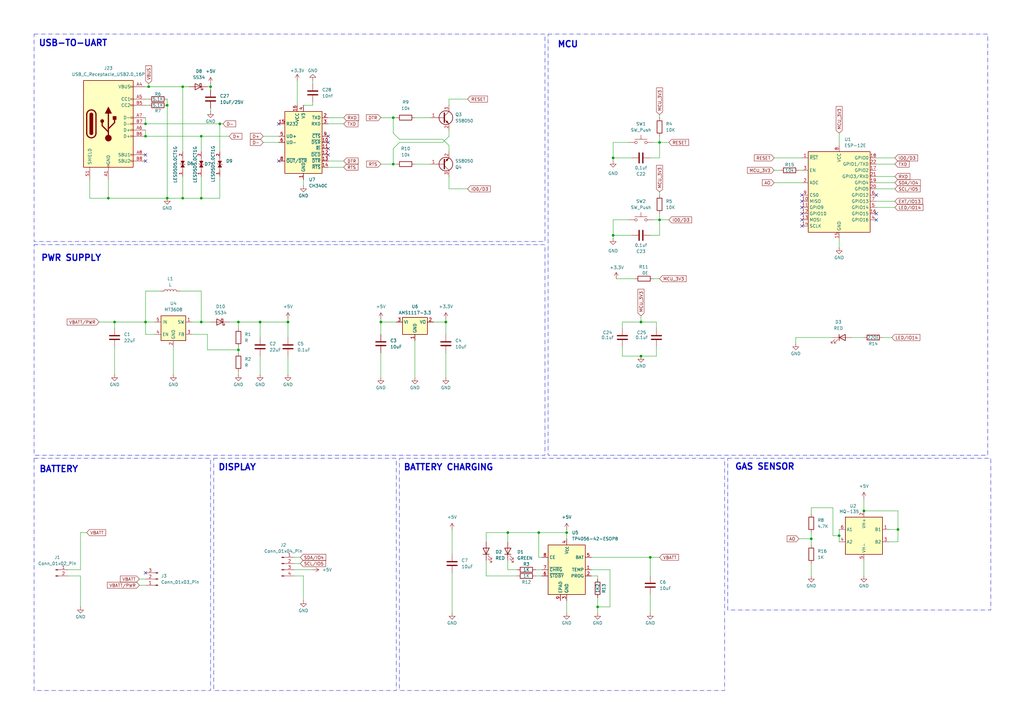
<source format=kicad_sch>
(kicad_sch (version 20250114) (generator "eeschema") (generator_version "9.0")
  (paper "A3")
  (title_block (title "Air Quality Monitoring System") (date "2025-03-19") (rev "v0.1") (company "Ampnics") (comment 1 "Design by- Md Ammar Maniyar"))
  (lib_symbols
    (symbol "Battery_Management:TP4056-42-ESOP8"
      (property "Reference" "U" (at -6.604 11.684 0))
      (property "Value" "TP4056-42-ESOP8" (at 10.16 11.684 0))
      (symbol "TP4056-42-ESOP8_1_0"
        (pin input line (at -10.16 5.08 0) (length 2.54) (name "CE") (number "8"))
        (pin open_collector line (at -10.16 0 0) (length 2.54) (name "~{CHRG}") (number "7"))
        (pin open_collector line (at -10.16 -2.54 0) (length 2.54) (name "~{STDBY}") (number "6"))
        (pin passive line (at -2.54 -12.7 90) (length 2.54) (name "EPAD") (number "9"))
        (pin power_in line (at 0 12.7 270) (length 2.54) (name "V_{CC}") (number "4"))
        (pin power_in line (at 0 -12.7 90) (length 2.54) (name "GND") (number "3"))
        (pin power_out line (at 10.16 5.08 180) (length 2.54) (name "BAT") (number "5"))
        (pin input line (at 10.16 0 180) (length 2.54) (name "TEMP") (number "1"))
        (pin passive line (at 10.16 -2.54 180) (length 2.54) (name "PROG") (number "2"))
      )
    )
    (symbol "Connector:Conn_01x02_Pin" (pin_names (offset 1.016) (hide yes))
      (property "Reference" "J" (at 0 2.54 0))
      (property "Value" "Conn_01x02_Pin" (at 0 -5.08 0))
      (symbol "Conn_01x02_Pin_1_1"
        (pin passive line (at 5.08 0 180) (length 3.81) (name "Pin_1") (number "1"))
        (pin passive line (at 5.08 -2.54 180) (length 3.81) (name "Pin_2") (number "2"))
      )
    )
    (symbol "Connector:Conn_01x03_Pin" (pin_names (offset 1.016) (hide yes))
      (property "Reference" "J" (at 0 5.08 0))
      (property "Value" "Conn_01x03_Pin" (at 0 -5.08 0))
      (symbol "Conn_01x03_Pin_1_1"
        (pin passive line (at 5.08 2.54 180) (length 3.81) (name "Pin_1") (number "1"))
        (pin passive line (at 5.08 0 180) (length 3.81) (name "Pin_2") (number "2"))
        (pin passive line (at 5.08 -2.54 180) (length 3.81) (name "Pin_3") (number "3"))
      )
    )
    (symbol "Connector:Conn_01x04_Pin" (pin_names (offset 1.016) (hide yes))
      (property "Reference" "J" (at 0 5.08 0))
      (property "Value" "Conn_01x04_Pin" (at 0 -7.62 0))
      (symbol "Conn_01x04_Pin_1_1"
        (pin passive line (at 5.08 2.54 180) (length 3.81) (name "Pin_1") (number "1"))
        (pin passive line (at 5.08 0 180) (length 3.81) (name "Pin_2") (number "2"))
        (pin passive line (at 5.08 -2.54 180) (length 3.81) (name "Pin_3") (number "3"))
        (pin passive line (at 5.08 -5.08 180) (length 3.81) (name "Pin_4") (number "4"))
      )
    )
    (symbol "Connector:USB_C_Receptacle_USB2.0_16P" (pin_names (offset 1.016))
      (property "Reference" "J" (at 0 22.225 0))
      (property "Value" "USB_C_Receptacle_USB2.0_16P" (at 0 19.685 0))
      (symbol "USB_C_Receptacle_USB2.0_16P_1_1"
        (pin passive line (at -7.62 -22.86 90) (length 5.08) (name "SHIELD") (number "S1"))
        (pin passive line (at 0 -22.86 90) (length 5.08) (name "GND") (number "A1"))
        (pin passive line (at 0 -22.86 90) (length 5.08) (hide yes) (name "GND") (number "A12"))
        (pin passive line (at 0 -22.86 90) (length 5.08) (hide yes) (name "GND") (number "B1"))
        (pin passive line (at 0 -22.86 90) (length 5.08) (hide yes) (name "GND") (number "B12"))
        (pin passive line (at 15.24 15.24 180) (length 5.08) (name "VBUS") (number "A4"))
        (pin passive line (at 15.24 15.24 180) (length 5.08) (hide yes) (name "VBUS") (number "A9"))
        (pin passive line (at 15.24 15.24 180) (length 5.08) (hide yes) (name "VBUS") (number "B4"))
        (pin passive line (at 15.24 15.24 180) (length 5.08) (hide yes) (name "VBUS") (number "B9"))
        (pin bidirectional line (at 15.24 10.16 180) (length 5.08) (name "CC1") (number "A5"))
        (pin bidirectional line (at 15.24 7.62 180) (length 5.08) (name "CC2") (number "B5"))
        (pin bidirectional line (at 15.24 2.54 180) (length 5.08) (name "D-") (number "A7"))
        (pin bidirectional line (at 15.24 0 180) (length 5.08) (name "D-") (number "B7"))
        (pin bidirectional line (at 15.24 -2.54 180) (length 5.08) (name "D+") (number "A6"))
        (pin bidirectional line (at 15.24 -5.08 180) (length 5.08) (name "D+") (number "B6"))
        (pin bidirectional line (at 15.24 -12.7 180) (length 5.08) (name "SBU1") (number "A8"))
        (pin bidirectional line (at 15.24 -15.24 180) (length 5.08) (name "SBU2") (number "B8"))
      )
    )
    (symbol "Device:C" (pin_numbers (hide yes)) (pin_names (offset 0.254))
      (property "Reference" "C" (at 0.635 2.54 0))
      (property "Value" "C" (at 0.635 -2.54 0))
      (symbol "C_1_1"
        (pin passive line (at 0 3.81 270) (length 2.794) (name "~") (number "1"))
        (pin passive line (at 0 -3.81 90) (length 2.794) (name "~") (number "2"))
      )
    )
    (symbol "Device:L" (pin_numbers (hide yes)) (pin_names (offset 1.016) (hide yes))
      (property "Reference" "L" (at -1.27 0 90))
      (property "Value" "L" (at 1.905 0 90))
      (symbol "L_1_1"
        (pin passive line (at 0 3.81 270) (length 1.27) (name "1") (number "1"))
        (pin passive line (at 0 -3.81 90) (length 1.27) (name "2") (number "2"))
      )
    )
    (symbol "Device:LED" (pin_numbers (hide yes)) (pin_names (offset 1.016) (hide yes))
      (property "Reference" "D" (at 0 2.54 0))
      (property "Value" "LED" (at 0 -2.54 0))
      (symbol "LED_1_1"
        (pin passive line (at -3.81 0 0) (length 2.54) (name "K") (number "1"))
        (pin passive line (at 3.81 0 180) (length 2.54) (name "A") (number "2"))
      )
    )
    (symbol "Device:R" (pin_numbers (hide yes)) (pin_names (offset 0))
      (property "Reference" "R" (at 2.032 0 90))
      (property "Value" "R" (at 0 0 90))
      (symbol "R_1_1"
        (pin passive line (at 0 3.81 270) (length 1.27) (name "~") (number "1"))
        (pin passive line (at 0 -3.81 90) (length 1.27) (name "~") (number "2"))
      )
    )
    (symbol "Diode:SS34" (pin_numbers (hide yes)) (pin_names (offset 1.016) (hide yes))
      (property "Reference" "D" (at 0 2.54 0))
      (property "Value" "SS34" (at 0 -2.54 0))
      (symbol "SS34_1_1"
        (pin passive line (at -3.81 0 0) (length 2.54) (name "K") (number "1"))
        (pin passive line (at 3.81 0 180) (length 2.54) (name "A") (number "2"))
      )
    )
    (symbol "Interface_USB:CH340C"
      (property "Reference" "U" (at -5.08 13.97 0))
      (property "Value" "CH340C" (at 1.27 13.97 0))
      (symbol "CH340C_1_1"
        (pin input line (at -10.16 7.62 0) (length 2.54) (name "R232") (number "15"))
        (pin bidirectional line (at -10.16 2.54 0) (length 2.54) (name "UD+") (number "5"))
        (pin bidirectional line (at -10.16 0 0) (length 2.54) (name "UD-") (number "6"))
        (pin output line (at -10.16 -7.62 0) (length 2.54) (name "~{OUT}/~{DTR}") (number "8"))
        (pin no_connect line (at -7.62 -5.08 0) (length 2.54) (hide yes) (name "NC") (number "7"))
        (pin power_in line (at -2.54 15.24 270) (length 2.54) (name "VCC") (number "16"))
        (pin power_out line (at 0 15.24 270) (length 2.54) (name "V3") (number "4"))
        (pin power_in line (at 0 -15.24 90) (length 2.54) (name "GND") (number "1"))
        (pin output line (at 10.16 10.16 180) (length 2.54) (name "TXD") (number "2"))
        (pin input line (at 10.16 7.62 180) (length 2.54) (name "RXD") (number "3"))
        (pin input line (at 10.16 2.54 180) (length 2.54) (name "~{CTS}") (number "9"))
        (pin input line (at 10.16 0 180) (length 2.54) (name "~{DSR}") (number "10"))
        (pin input line (at 10.16 -2.54 180) (length 2.54) (name "~{RI}") (number "11"))
        (pin input line (at 10.16 -5.08 180) (length 2.54) (name "~{DCD}") (number "12"))
        (pin output line (at 10.16 -7.62 180) (length 2.54) (name "~{DTR}") (number "13"))
        (pin output line (at 10.16 -10.16 180) (length 2.54) (name "~{RTS}") (number "14"))
      )
    )
    (symbol "LESD5D5.0CT1G:LESD5D5.0CT1G" (pin_names (offset 1.016))
      (property "Reference" "D" (at -5.08 2.54 0))
      (property "Value" "LESD5D5.0CT1G" (at -5.08 -5.08 0))
      (symbol "LESD5D5.0CT1G_0_0"
        (pin passive line (at -5.08 0 0) (length 2.54) (name "~") (number "1"))
        (pin passive line (at 5.08 0 180) (length 2.54) (name "~") (number "2"))
      )
    )
    (symbol "RF_Module:ESP-12E"
      (property "Reference" "U" (at -12.7 19.05 0))
      (property "Value" "ESP-12E" (at 12.7 19.05 0))
      (symbol "ESP-12E_1_1"
        (pin input line (at -15.24 15.24 0) (length 2.54) (name "~{RST}") (number "1"))
        (pin input line (at -15.24 10.16 0) (length 2.54) (name "EN") (number "3"))
        (pin input line (at -15.24 5.08 0) (length 2.54) (name "ADC") (number "2"))
        (pin input line (at -15.24 0 0) (length 2.54) (name "CS0") (number "9"))
        (pin bidirectional line (at -15.24 -2.54 0) (length 2.54) (name "MISO") (number "10"))
        (pin bidirectional line (at -15.24 -5.08 0) (length 2.54) (name "GPIO9") (number "11"))
        (pin bidirectional line (at -15.24 -7.62 0) (length 2.54) (name "GPIO10") (number "12"))
        (pin bidirectional line (at -15.24 -10.16 0) (length 2.54) (name "MOSI") (number "13"))
        (pin bidirectional line (at -15.24 -12.7 0) (length 2.54) (name "SCLK") (number "14"))
        (pin power_in line (at 0 20.32 270) (length 2.54) (name "VCC") (number "8"))
        (pin power_in line (at 0 -17.78 90) (length 2.54) (name "GND") (number "15"))
        (pin bidirectional line (at 15.24 15.24 180) (length 2.54) (name "GPIO0") (number "18"))
        (pin bidirectional line (at 15.24 12.7 180) (length 2.54) (name "GPIO1/TXD") (number "22"))
        (pin bidirectional line (at 15.24 10.16 180) (length 2.54) (name "GPIO2") (number "17"))
        (pin bidirectional line (at 15.24 7.62 180) (length 2.54) (name "GPIO3/RXD") (number "21"))
        (pin bidirectional line (at 15.24 5.08 180) (length 2.54) (name "GPIO4") (number "19"))
        (pin bidirectional line (at 15.24 2.54 180) (length 2.54) (name "GPIO5") (number "20"))
        (pin bidirectional line (at 15.24 0 180) (length 2.54) (name "GPIO12") (number "6"))
        (pin bidirectional line (at 15.24 -2.54 180) (length 2.54) (name "GPIO13") (number "7"))
        (pin bidirectional line (at 15.24 -5.08 180) (length 2.54) (name "GPIO14") (number "5"))
        (pin bidirectional line (at 15.24 -7.62 180) (length 2.54) (name "GPIO15") (number "16"))
        (pin bidirectional line (at 15.24 -10.16 180) (length 2.54) (name "GPIO16") (number "4"))
      )
    )
    (symbol "Regulator_Linear:AMS1117-3.3"
      (property "Reference" "U" (at -3.81 3.175 0))
      (property "Value" "AMS1117-3.3" (at 0 3.175 0))
      (symbol "AMS1117-3.3_1_1"
        (pin power_in line (at -7.62 0 0) (length 2.54) (name "VI") (number "3"))
        (pin power_in line (at 0 -7.62 90) (length 2.54) (name "GND") (number "1"))
        (pin power_out line (at 7.62 0 180) (length 2.54) (name "VO") (number "2"))
      )
    )
    (symbol "Regulator_Switching:MT3608"
      (property "Reference" "U" (at -2.54 8.89 0))
      (property "Value" "MT3608" (at -3.81 6.35 0))
      (symbol "MT3608_1_1"
        (pin power_in line (at -7.62 2.54 0) (length 2.54) (name "IN") (number "5"))
        (pin input line (at -7.62 -2.54 0) (length 2.54) (name "EN") (number "4"))
        (pin power_in line (at 0 -7.62 90) (length 2.54) (name "GND") (number "2"))
        (pin no_connect line (at 5.08 0 180) (length 2.54) (hide yes) (name "NC") (number "6"))
        (pin passive line (at 7.62 2.54 180) (length 2.54) (name "SW") (number "1"))
        (pin input line (at 7.62 -2.54 180) (length 2.54) (name "FB") (number "3"))
      )
    )
    (symbol "Sensor_Gas:MQ-6"
      (property "Reference" "U" (at -6.35 8.89 0))
      (property "Value" "MQ-6" (at 3.81 8.89 0))
      (symbol "MQ-6_1_1"
        (pin passive line (at -10.16 2.54 0) (length 2.54) (name "A1") (number "6"))
        (pin passive line (at -10.16 -2.54 0) (length 2.54) (name "A2") (number "4"))
        (pin power_in line (at 0 10.16 270) (length 2.54) (name "VH+") (number "2"))
        (pin power_in line (at 0 -10.16 90) (length 2.54) (name "VH-") (number "5"))
        (pin passive line (at 10.16 2.54 180) (length 2.54) (name "B1") (number "1"))
        (pin passive line (at 10.16 -2.54 180) (length 2.54) (name "B2") (number "3"))
      )
    )
    (symbol "Switch:SW_Push" (pin_numbers (hide yes)) (pin_names (offset 1.016) (hide yes))
      (property "Reference" "SW" (at 1.27 2.54 0))
      (property "Value" "SW_Push" (at 0 -1.524 0))
      (symbol "SW_Push_0_1"
        (pin passive line (at -5.08 0 0) (length 2.54) (name "1") (number "1"))
        (pin passive line (at 5.08 0 180) (length 2.54) (name "2") (number "2"))
      )
    )
    (symbol "Transistor_BJT:SS8050" (pin_names (offset 0) (hide yes))
      (property "Reference" "Q" (at 5.08 1.905 0))
      (property "Value" "SS8050" (at 5.08 0 0))
      (symbol "SS8050_1_1"
        (pin input line (at -5.08 0 0) (length 2.54) (name "B") (number "1"))
        (pin passive line (at 2.54 5.08 270) (length 2.54) (name "C") (number "3"))
        (pin passive line (at 2.54 -5.08 90) (length 2.54) (name "E") (number "2"))
      )
    )
    (symbol "power:+3.3V" (power) (pin_numbers (hide yes)) (pin_names (offset 0) (hide yes))
      (property "Value" "+3.3V" (at 0 3.556 0))
      (symbol "+3.3V_1_1"
        (pin power_in line (at 0 0 90) (length 0) (name "~") (number "1"))
      )
    )
    (symbol "power:+5V" (power) (pin_numbers (hide yes)) (pin_names (offset 0) (hide yes))
      (property "Value" "+5V" (at 0 3.556 0))
      (symbol "+5V_1_1"
        (pin power_in line (at 0 0 90) (length 0) (name "~") (number "1"))
      )
    )
    (symbol "power:GND" (power) (pin_numbers (hide yes)) (pin_names (offset 0) (hide yes))
      (property "Value" "GND" (at 0 -3.81 0))
      (symbol "GND_1_1"
        (pin power_in line (at 0 0 270) (length 0) (name "~") (number "1"))
      )
    )
  )
  (rectangle (start 13.97 13.97) (end 223.52 99.06) (stroke (width 0) (type dash_dot)))
  (rectangle (start 298.45 187.96) (end 406.4 250.19) (stroke (width 0) (type dash_dot)))
  (rectangle (start 163.83 187.96) (end 297.18 283.21) (stroke (width 0) (type dash_dot)))
  (rectangle (start 224.79 13.97) (end 405.13 186.69) (stroke (width 0) (type dash_dot)))
  (rectangle (start 13.97 100.33) (end 223.52 186.69) (stroke (width 0) (type dash_dot)))
  (rectangle (start 13.97 187.96) (end 86.36 283.21) (stroke (width 0) (type dash_dot)))
  (rectangle (start 87.63 187.96) (end 162.56 283.21) (stroke (width 0) (type dash_dot)))
  (text "PWR SUPPLY" (at 29.21 105.918 0) (effects (font (size 2.54 2.54) (thickness 0.508) (bold yes))))
  (text "USB-TO-UART\n" (at 29.972 17.78 0) (effects (font (size 2.54 2.54) (thickness 0.508) (bold yes))))
  (text "DISPLAY\n" (at 97.282 191.77 0) (effects (font (size 2.54 2.54) (thickness 0.508) (bold yes))))
  (text "GAS SENSOR\n" (at 313.69 191.516 0) (effects (font (size 2.54 2.54) (thickness 0.508) (bold yes))))
  (text "BATTERY CHARGING " (at 184.912 191.77 0) (effects (font (size 2.54 2.54) (thickness 0.508) (bold yes))))
  (text "MCU\n" (at 232.918 18.288 0) (effects (font (size 2.54 2.54) (thickness 0.508) (bold yes))))
  (text "BATTERY\n" (at 24.13 192.532 0) (effects (font (size 2.54 2.54) (thickness 0.508) (bold yes))))
  (junction (at 82.55 55.88))
  (junction (at 82.55 81.28))
  (junction (at 118.11 132.08))
  (junction (at 270.51 58.42))
  (junction (at 68.58 81.28))
  (junction (at 251.46 96.52))
  (junction (at 59.69 132.08))
  (junction (at 156.21 132.08))
  (junction (at 74.93 81.28))
  (junction (at 161.29 67.31))
  (junction (at 44.45 81.28))
  (junction (at 59.69 55.88))
  (junction (at 106.68 132.08))
  (junction (at 86.36 35.56))
  (junction (at 262.89 146.05))
  (junction (at 208.28 218.44))
  (junction (at 332.74 220.98))
  (junction (at 74.93 35.56))
  (junction (at 82.55 132.08))
  (junction (at 251.46 64.77))
  (junction (at 60.96 35.56))
  (junction (at 344.17 219.71))
  (junction (at 90.17 50.8))
  (junction (at 262.89 132.08))
  (junction (at 59.69 50.8))
  (junction (at 68.58 43.18))
  (junction (at 354.33 209.55))
  (junction (at 270.51 90.17))
  (junction (at 220.98 218.44))
  (junction (at 368.3 217.17))
  (junction (at 161.29 48.26))
  (junction (at 245.11 248.92))
  (junction (at 182.88 132.08))
  (junction (at 97.79 143.51))
  (junction (at 266.7 228.6))
  (junction (at 232.41 218.44))
  (junction (at 46.99 132.08))
  (junction (at 97.79 132.08))
  (no_connect (at 328.93 92.71))
  (no_connect (at 134.62 55.88))
  (no_connect (at 134.62 60.96))
  (no_connect (at 328.93 82.55))
  (no_connect (at 359.41 80.01))
  (no_connect (at 359.41 90.17))
  (no_connect (at 328.93 85.09))
  (no_connect (at 59.69 63.5))
  (no_connect (at 114.3 66.04))
  (no_connect (at 328.93 87.63))
  (no_connect (at 134.62 58.42))
  (no_connect (at 359.41 87.63))
  (no_connect (at 59.69 66.04))
  (no_connect (at 114.3 50.8))
  (no_connect (at 328.93 80.01))
  (no_connect (at 328.93 90.17))
  (no_connect (at 134.62 63.5))
  (no_connect (at 59.69 234.95))
  (wire (pts (xy 326.39 138.43) (xy 341.63 138.43)))
  (wire (pts (xy 107.95 55.88) (xy 114.3 55.88)))
  (wire (pts (xy 90.17 50.8) (xy 91.44 50.8)))
  (wire (pts (xy 232.41 218.44) (xy 232.41 220.98)))
  (wire (pts (xy 120.65 233.68) (xy 128.27 233.68)))
  (wire (pts (xy 270.51 55.88) (xy 270.51 58.42)))
  (wire (pts (xy 177.8 132.08) (xy 182.88 132.08)))
  (wire (pts (xy 184.15 40.64) (xy 191.77 40.64)))
  (wire (pts (xy 78.74 137.16) (xy 85.09 137.16)))
  (wire (pts (xy 97.79 152.4) (xy 97.79 153.67)))
  (wire (pts (xy 97.79 132.08) (xy 106.68 132.08)))
  (wire (pts (xy 90.17 50.8) (xy 90.17 62.23)))
  (wire (pts (xy 361.95 138.43) (xy 365.76 138.43)))
  (wire (pts (xy 266.7 228.6) (xy 270.51 228.6)))
  (wire (pts (xy 269.24 146.05) (xy 269.24 142.24)))
  (wire (pts (xy 251.46 96.52) (xy 251.46 97.79)))
  (wire (pts (xy 341.63 219.71) (xy 344.17 219.71)))
  (wire (pts (xy 85.09 143.51) (xy 97.79 143.51)))
  (wire (pts (xy 359.41 64.77) (xy 367.03 64.77)))
  (wire (pts (xy 327.66 69.85) (xy 328.93 69.85)))
  (wire (pts (xy 106.68 146.05) (xy 106.68 153.67)))
  (wire (pts (xy 59.69 48.26) (xy 59.69 50.8)))
  (wire (pts (xy 267.97 58.42) (xy 270.51 58.42)))
  (wire (pts (xy 86.36 45.72) (xy 86.36 44.45)))
  (wire (pts (xy 354.33 229.87) (xy 354.33 236.22)))
  (wire (pts (xy 250.19 248.92) (xy 245.11 248.92)))
  (wire (pts (xy 161.29 67.31) (xy 162.56 67.31)))
  (wire (pts (xy 78.74 132.08) (xy 82.55 132.08)))
  (wire (pts (xy 66.04 119.38) (xy 59.69 119.38)))
  (wire (pts (xy 63.5 137.16) (xy 59.69 137.16)))
  (wire (pts (xy 128.27 43.18) (xy 128.27 41.91)))
  (wire (pts (xy 82.55 81.28) (xy 90.17 81.28)))
  (wire (pts (xy 270.51 46.99) (xy 270.51 48.26)))
  (wire (pts (xy 82.55 55.88) (xy 93.98 55.88)))
  (wire (pts (xy 267.97 114.3) (xy 270.51 114.3)))
  (wire (pts (xy 332.74 208.28) (xy 341.63 208.28)))
  (wire (pts (xy 181.61 58.42) (xy 163.83 58.42)))
  (wire (pts (xy 59.69 55.88) (xy 82.55 55.88)))
  (wire (pts (xy 344.17 217.17) (xy 344.17 219.71)))
  (wire (pts (xy 74.93 72.39) (xy 74.93 81.28)))
  (wire (pts (xy 344.17 219.71) (xy 344.17 222.25)))
  (wire (pts (xy 232.41 217.17) (xy 232.41 218.44)))
  (wire (pts (xy 359.41 72.39) (xy 367.03 72.39)))
  (wire (pts (xy 332.74 231.14) (xy 332.74 236.22)))
  (wire (pts (xy 68.58 81.28) (xy 74.93 81.28)))
  (wire (pts (xy 46.99 142.24) (xy 46.99 153.67)))
  (wire (pts (xy 82.55 132.08) (xy 86.36 132.08)))
  (wire (pts (xy 269.24 132.08) (xy 269.24 134.62)))
  (wire (pts (xy 36.83 81.28) (xy 44.45 81.28)))
  (wire (pts (xy 344.17 97.79) (xy 344.17 101.6)))
  (wire (pts (xy 327.66 220.98) (xy 332.74 220.98)))
  (wire (pts (xy 251.46 64.77) (xy 251.46 66.04)))
  (wire (pts (xy 33.02 218.44) (xy 35.56 218.44)))
  (wire (pts (xy 46.99 132.08) (xy 46.99 134.62)))
  (wire (pts (xy 86.36 35.56) (xy 86.36 36.83)))
  (wire (pts (xy 266.7 64.77) (xy 270.51 64.77)))
  (wire (pts (xy 97.79 142.24) (xy 97.79 143.51)))
  (wire (pts (xy 317.5 64.77) (xy 328.93 64.77)))
  (wire (pts (xy 219.71 233.68) (xy 222.25 233.68)))
  (wire (pts (xy 199.39 222.25) (xy 199.39 218.44)))
  (wire (pts (xy 199.39 218.44) (xy 208.28 218.44)))
  (wire (pts (xy 60.96 34.29) (xy 60.96 35.56)))
  (wire (pts (xy 251.46 58.42) (xy 251.46 64.77)))
  (wire (pts (xy 161.29 48.26) (xy 161.29 54.61)))
  (wire (pts (xy 118.11 146.05) (xy 118.11 153.67)))
  (wire (pts (xy 68.58 81.28) (xy 44.45 81.28)))
  (wire (pts (xy 33.02 233.68) (xy 33.02 218.44)))
  (wire (pts (xy 266.7 236.22) (xy 266.7 228.6)))
  (wire (pts (xy 257.81 58.42) (xy 251.46 58.42)))
  (wire (pts (xy 97.79 134.62) (xy 97.79 132.08)))
  (wire (pts (xy 219.71 236.22) (xy 222.25 236.22)))
  (wire (pts (xy 134.62 66.04) (xy 140.97 66.04)))
  (wire (pts (xy 364.49 222.25) (xy 368.3 222.25)))
  (wire (pts (xy 266.7 96.52) (xy 270.51 96.52)))
  (wire (pts (xy 242.57 233.68) (xy 250.19 233.68)))
  (wire (pts (xy 332.74 210.82) (xy 332.74 208.28)))
  (wire (pts (xy 59.69 132.08) (xy 63.5 132.08)))
  (wire (pts (xy 40.64 132.08) (xy 46.99 132.08)))
  (wire (pts (xy 251.46 90.17) (xy 251.46 96.52)))
  (wire (pts (xy 257.81 90.17) (xy 251.46 90.17)))
  (wire (pts (xy 326.39 140.97) (xy 326.39 138.43)))
  (wire (pts (xy 184.15 72.39) (xy 184.15 77.47)))
  (wire (pts (xy 59.69 50.8) (xy 90.17 50.8)))
  (wire (pts (xy 270.51 90.17) (xy 270.51 96.52)))
  (wire (pts (xy 222.25 228.6) (xy 220.98 228.6)))
  (wire (pts (xy 59.69 40.64) (xy 60.96 40.64)))
  (wire (pts (xy 74.93 81.28) (xy 82.55 81.28)))
  (wire (pts (xy 82.55 62.23) (xy 82.55 55.88)))
  (wire (pts (xy 184.15 53.34) (xy 184.15 55.88)))
  (wire (pts (xy 184.15 59.69) (xy 181.61 57.15)))
  (wire (pts (xy 118.11 138.43) (xy 118.11 132.08)))
  (wire (pts (xy 120.65 228.6) (xy 123.19 228.6)))
  (wire (pts (xy 106.68 132.08) (xy 118.11 132.08)))
  (wire (pts (xy 59.69 43.18) (xy 60.96 43.18)))
  (wire (pts (xy 341.63 208.28) (xy 341.63 219.71)))
  (wire (pts (xy 245.11 245.11) (xy 245.11 248.92)))
  (wire (pts (xy 121.92 33.02) (xy 121.92 43.18)))
  (wire (pts (xy 270.51 58.42) (xy 270.51 64.77)))
  (wire (pts (xy 364.49 217.17) (xy 368.3 217.17)))
  (wire (pts (xy 74.93 35.56) (xy 74.93 62.23)))
  (wire (pts (xy 86.36 35.56) (xy 85.09 35.56)))
  (wire (pts (xy 82.55 132.08) (xy 82.55 119.38)))
  (wire (pts (xy 262.89 132.08) (xy 269.24 132.08)))
  (wire (pts (xy 208.28 233.68) (xy 212.09 233.68)))
  (wire (pts (xy 182.88 144.78) (xy 182.88 154.94)))
  (wire (pts (xy 185.42 251.46) (xy 185.42 234.95)))
  (wire (pts (xy 270.51 90.17) (xy 274.32 90.17)))
  (wire (pts (xy 156.21 132.08) (xy 162.56 132.08)))
  (wire (pts (xy 163.83 58.42) (xy 161.29 60.96)))
  (wire (pts (xy 59.69 35.56) (xy 60.96 35.56)))
  (wire (pts (xy 82.55 72.39) (xy 82.55 81.28)))
  (wire (pts (xy 255.27 146.05) (xy 262.89 146.05)))
  (wire (pts (xy 33.02 236.22) (xy 33.02 248.92)))
  (wire (pts (xy 86.36 34.29) (xy 86.36 35.56)))
  (wire (pts (xy 156.21 130.81) (xy 156.21 132.08)))
  (wire (pts (xy 368.3 217.17) (xy 368.3 209.55)))
  (wire (pts (xy 107.95 58.42) (xy 114.3 58.42)))
  (wire (pts (xy 124.46 236.22) (xy 120.65 236.22)))
  (wire (pts (xy 59.69 53.34) (xy 59.69 55.88)))
  (wire (pts (xy 156.21 144.78) (xy 156.21 154.94)))
  (wire (pts (xy 359.41 85.09) (xy 367.03 85.09)))
  (wire (pts (xy 332.74 220.98) (xy 332.74 223.52)))
  (wire (pts (xy 270.51 58.42) (xy 274.32 58.42)))
  (wire (pts (xy 184.15 40.64) (xy 184.15 43.18)))
  (wire (pts (xy 255.27 142.24) (xy 255.27 146.05)))
  (wire (pts (xy 199.39 229.87) (xy 199.39 236.22)))
  (wire (pts (xy 181.61 57.15) (xy 163.83 57.15)))
  (wire (pts (xy 124.46 246.38) (xy 124.46 236.22)))
  (wire (pts (xy 170.18 48.26) (xy 176.53 48.26)))
  (wire (pts (xy 208.28 222.25) (xy 208.28 218.44)))
  (wire (pts (xy 262.89 146.05) (xy 269.24 146.05)))
  (wire (pts (xy 317.5 69.85) (xy 320.04 69.85)))
  (wire (pts (xy 359.41 77.47) (xy 367.03 77.47)))
  (wire (pts (xy 359.41 82.55) (xy 367.03 82.55)))
  (wire (pts (xy 82.55 119.38) (xy 73.66 119.38)))
  (wire (pts (xy 220.98 218.44) (xy 232.41 218.44)))
  (wire (pts (xy 161.29 60.96) (xy 161.29 67.31)))
  (wire (pts (xy 134.62 50.8) (xy 140.97 50.8)))
  (wire (pts (xy 242.57 228.6) (xy 266.7 228.6)))
  (wire (pts (xy 368.3 209.55) (xy 354.33 209.55)))
  (wire (pts (xy 185.42 217.17) (xy 185.42 227.33)))
  (wire (pts (xy 156.21 67.31) (xy 161.29 67.31)))
  (wire (pts (xy 220.98 228.6) (xy 220.98 218.44)))
  (wire (pts (xy 251.46 96.52) (xy 259.08 96.52)))
  (wire (pts (xy 245.11 237.49) (xy 245.11 236.22)))
  (wire (pts (xy 124.46 43.18) (xy 128.27 43.18)))
  (wire (pts (xy 93.98 132.08) (xy 97.79 132.08)))
  (wire (pts (xy 232.41 246.38) (xy 232.41 251.46)))
  (wire (pts (xy 68.58 40.64) (xy 68.58 43.18)))
  (wire (pts (xy 245.11 236.22) (xy 242.57 236.22)))
  (wire (pts (xy 134.62 68.58) (xy 140.97 68.58)))
  (wire (pts (xy 359.41 74.93) (xy 367.03 74.93)))
  (wire (pts (xy 44.45 81.28) (xy 44.45 73.66)))
  (wire (pts (xy 252.73 114.3) (xy 260.35 114.3)))
  (wire (pts (xy 266.7 243.84) (xy 266.7 251.46)))
  (wire (pts (xy 74.93 35.56) (xy 77.47 35.56)))
  (wire (pts (xy 344.17 54.61) (xy 344.17 59.69)))
  (wire (pts (xy 208.28 218.44) (xy 220.98 218.44)))
  (wire (pts (xy 124.46 73.66) (xy 124.46 76.2)))
  (wire (pts (xy 60.96 35.56) (xy 74.93 35.56)))
  (wire (pts (xy 161.29 48.26) (xy 162.56 48.26)))
  (wire (pts (xy 255.27 134.62) (xy 255.27 132.08)))
  (wire (pts (xy 134.62 48.26) (xy 140.97 48.26)))
  (wire (pts (xy 46.99 132.08) (xy 59.69 132.08)))
  (wire (pts (xy 251.46 64.77) (xy 259.08 64.77)))
  (wire (pts (xy 57.15 240.03) (xy 59.69 240.03)))
  (wire (pts (xy 270.51 78.74) (xy 270.51 80.01)))
  (wire (pts (xy 317.5 74.93) (xy 328.93 74.93)))
  (wire (pts (xy 71.12 142.24) (xy 71.12 153.67)))
  (wire (pts (xy 85.09 137.16) (xy 85.09 143.51)))
  (wire (pts (xy 106.68 132.08) (xy 106.68 138.43)))
  (wire (pts (xy 27.94 236.22) (xy 33.02 236.22)))
  (wire (pts (xy 182.88 130.81) (xy 182.88 132.08)))
  (wire (pts (xy 354.33 204.47) (xy 354.33 209.55)))
  (wire (pts (xy 270.51 87.63) (xy 270.51 90.17)))
  (wire (pts (xy 184.15 55.88) (xy 181.61 58.42)))
  (wire (pts (xy 156.21 48.26) (xy 161.29 48.26)))
  (wire (pts (xy 59.69 119.38) (xy 59.69 132.08)))
  (wire (pts (xy 27.94 233.68) (xy 33.02 233.68)))
  (wire (pts (xy 184.15 77.47) (xy 191.77 77.47)))
  (wire (pts (xy 332.74 220.98) (xy 332.74 218.44)))
  (wire (pts (xy 170.18 139.7) (xy 170.18 154.94)))
  (wire (pts (xy 208.28 229.87) (xy 208.28 233.68)))
  (wire (pts (xy 170.18 67.31) (xy 176.53 67.31)))
  (wire (pts (xy 250.19 233.68) (xy 250.19 248.92)))
  (wire (pts (xy 262.89 129.54) (xy 262.89 132.08)))
  (wire (pts (xy 57.15 237.49) (xy 59.69 237.49)))
  (wire (pts (xy 255.27 132.08) (xy 262.89 132.08)))
  (wire (pts (xy 359.41 67.31) (xy 367.03 67.31)))
  (wire (pts (xy 97.79 143.51) (xy 97.79 144.78)))
  (wire (pts (xy 182.88 137.16) (xy 182.88 132.08)))
  (wire (pts (xy 118.11 130.81) (xy 118.11 132.08)))
  (wire (pts (xy 368.3 222.25) (xy 368.3 217.17)))
  (wire (pts (xy 36.83 73.66) (xy 36.83 81.28)))
  (wire (pts (xy 128.27 33.02) (xy 128.27 34.29)))
  (wire (pts (xy 120.65 231.14) (xy 123.19 231.14)))
  (wire (pts (xy 68.58 43.18) (xy 68.58 81.28)))
  (wire (pts (xy 267.97 90.17) (xy 270.51 90.17)))
  (wire (pts (xy 199.39 236.22) (xy 212.09 236.22)))
  (wire (pts (xy 184.15 62.23) (xy 184.15 59.69)))
  (wire (pts (xy 349.25 138.43) (xy 354.33 138.43)))
  (wire (pts (xy 156.21 132.08) (xy 156.21 137.16)))
  (wire (pts (xy 245.11 248.92) (xy 245.11 251.46)))
  (wire (pts (xy 59.69 137.16) (xy 59.69 132.08)))
  (wire (pts (xy 90.17 72.39) (xy 90.17 81.28)))
  (wire (pts (xy 163.83 57.15) (xy 161.29 54.61)))
  (global_label "AO" (shape input) (at 317.5 74.93 180) (property "Intersheetrefs" "${INTERSHEET_REFS}" (effects (hide yes))))
  (global_label "TXD" (shape input) (at 367.03 67.31 0) (property "Intersheetrefs" "${INTERSHEET_REFS}" (effects (hide yes))))
  (global_label "DTR" (shape input) (at 156.21 48.26 180) (property "Intersheetrefs" "${INTERSHEET_REFS}" (effects (hide yes))))
  (global_label "VBATT{slash}PWR" (shape input) (at 57.15 240.03 180) (property "Intersheetrefs" "${INTERSHEET_REFS}" (effects (hide yes))))
  (global_label "DTR" (shape input) (at 140.97 66.04 0) (effects (font (thickness 0.1588))) (property "Intersheetrefs" "${INTERSHEET_REFS}" (effects (hide yes))))
  (global_label "RESET" (shape input) (at 274.32 58.42 0) (property "Intersheetrefs" "${INTERSHEET_REFS}" (effects (hide yes))))
  (global_label "RXD" (shape input) (at 140.97 48.26 0) (property "Intersheetrefs" "${INTERSHEET_REFS}" (effects (hide yes))))
  (global_label "SDA{slash}IO4" (shape input) (at 123.19 228.6 0) (property "Intersheetrefs" "${INTERSHEET_REFS}" (effects (hide yes))))
  (global_label "IO0{slash}D3" (shape input) (at 274.32 90.17 0) (property "Intersheetrefs" "${INTERSHEET_REFS}" (effects (hide yes))))
  (global_label "TXD" (shape input) (at 140.97 50.8 0) (property "Intersheetrefs" "${INTERSHEET_REFS}" (effects (hide yes))))
  (global_label "RESET" (shape input) (at 317.5 64.77 180) (property "Intersheetrefs" "${INTERSHEET_REFS}" (effects (hide yes))))
  (global_label "RXD" (shape input) (at 367.03 72.39 0) (property "Intersheetrefs" "${INTERSHEET_REFS}" (effects (hide yes))))
  (global_label "MCU_3V3" (shape input) (at 270.51 114.3 0) (property "Intersheetrefs" "${INTERSHEET_REFS}" (effects (hide yes))))
  (global_label "VBATT" (shape input) (at 35.56 218.44 0) (property "Intersheetrefs" "${INTERSHEET_REFS}" (effects (hide yes))))
  (global_label "VBATT{slash}PWR" (shape input) (at 40.64 132.08 180) (property "Intersheetrefs" "${INTERSHEET_REFS}" (effects (hide yes))))
  (global_label "D-" (shape input) (at 107.95 58.42 180) (property "Intersheetrefs" "${INTERSHEET_REFS}" (effects (hide yes))))
  (global_label "D+" (shape input) (at 107.95 55.88 180) (property "Intersheetrefs" "${INTERSHEET_REFS}" (effects (hide yes))))
  (global_label "RTS" (shape input) (at 156.21 67.31 180) (property "Intersheetrefs" "${INTERSHEET_REFS}" (effects (hide yes))))
  (global_label "EXT{slash}IO13" (shape input) (at 367.03 82.55 0) (property "Intersheetrefs" "${INTERSHEET_REFS}" (effects (hide yes))))
  (global_label "MCU_3V3" (shape input) (at 270.51 78.74 90) (property "Intersheetrefs" "${INTERSHEET_REFS}" (effects (hide yes))))
  (global_label "IO0{slash}D3" (shape input) (at 191.77 77.47 0) (property "Intersheetrefs" "${INTERSHEET_REFS}" (effects (hide yes))))
  (global_label "D+" (shape input) (at 93.98 55.88 0) (property "Intersheetrefs" "${INTERSHEET_REFS}" (effects (hide yes))))
  (global_label "AO" (shape input) (at 327.66 220.98 180) (property "Intersheetrefs" "${INTERSHEET_REFS}" (effects (hide yes))))
  (global_label "RESET" (shape input) (at 191.77 40.64 0) (property "Intersheetrefs" "${INTERSHEET_REFS}" (effects (hide yes))))
  (global_label "MCU_3V3" (shape input) (at 344.17 54.61 90) (property "Intersheetrefs" "${INTERSHEET_REFS}" (effects (hide yes))))
  (global_label "MCU_3V3" (shape input) (at 317.5 69.85 180) (property "Intersheetrefs" "${INTERSHEET_REFS}" (effects (hide yes))))
  (global_label "VBATT" (shape input) (at 57.15 237.49 180) (property "Intersheetrefs" "${INTERSHEET_REFS}" (effects (hide yes))))
  (global_label "LED{slash}IO14" (shape input) (at 367.03 85.09 0) (property "Intersheetrefs" "${INTERSHEET_REFS}" (effects (hide yes))))
  (global_label "SDA{slash}IO4" (shape input) (at 367.03 74.93 0) (property "Intersheetrefs" "${INTERSHEET_REFS}" (effects (hide yes))))
  (global_label "D-" (shape input) (at 91.44 50.8 0) (property "Intersheetrefs" "${INTERSHEET_REFS}" (effects (hide yes))))
  (global_label "VBATT" (shape input) (at 270.51 228.6 0) (property "Intersheetrefs" "${INTERSHEET_REFS}" (effects (hide yes))))
  (global_label "MCU_3V3" (shape input) (at 262.89 129.54 90) (property "Intersheetrefs" "${INTERSHEET_REFS}" (effects (hide yes))))
  (global_label "LED{slash}IO14" (shape input) (at 365.76 138.43 0) (property "Intersheetrefs" "${INTERSHEET_REFS}" (effects (hide yes))))
  (global_label "MCU_3V3" (shape input) (at 270.51 46.99 90) (property "Intersheetrefs" "${INTERSHEET_REFS}" (effects (hide yes))))
  (global_label "VBUS" (shape input) (at 60.96 34.29 90) (property "Intersheetrefs" "${INTERSHEET_REFS}" (effects (hide yes))))
  (global_label "SCL{slash}IO5" (shape input) (at 367.03 77.47 0) (property "Intersheetrefs" "${INTERSHEET_REFS}" (effects (hide yes))))
  (global_label "SCL{slash}IO5" (shape input) (at 123.19 231.14 0) (property "Intersheetrefs" "${INTERSHEET_REFS}" (effects (hide yes))))
  (global_label "RTS" (shape input) (at 140.97 68.58 0) (effects (font (thickness 0.1588))) (property "Intersheetrefs" "${INTERSHEET_REFS}" (effects (hide yes))))
  (global_label "IO0{slash}D3" (shape input) (at 367.03 64.77 0) (property "Intersheetrefs" "${INTERSHEET_REFS}" (effects (hide yes))))
  (symbol (lib_id "Connector:Conn_01x03_Pin") (at 64.77 237.49 180) (unit 1)
    (property "Reference" "J3" (at 66.04 236.2199 0) (effects (justify right)))
    (property "Value" "Conn_01x03_Pin" (at 66.04 238.7599 0) (effects (justify right)))
    (property "Footprint" "Connector_PinHeader_2.54mm:PinHeader_1x03_P2.54mm_Vertical" (effects (hide yes)))
    (property "Description" "Generic connector, single row, 01x03, script generated" (effects (hide yes)))
  )
  (symbol (lib_id "Device:R") (at 270.51 52.07 0) (unit 1)
    (property "Reference" "R4" (at 273.05 50.7999 0) (effects (justify left)))
    (property "Value" "10K" (at 273.05 53.3399 0) (effects (justify left)))
    (property "Footprint" "Resistor_SMD:R_1206_3216Metric" (effects (hide yes)))
    (property "Description" "Resistor" (effects (hide yes)))
  )
  (symbol (lib_id "Device:LED") (at 199.39 226.06 90) (unit 1)
    (property "Reference" "D2" (at 203.2 226.3774 90) (effects (justify right)))
    (property "Value" "RED" (at 203.2 228.9174 90) (effects (justify right)))
    (property "Footprint" "LED_SMD:LED_0603_1608Metric" (effects (hide yes)))
    (property "Description" "Light emitting diode" (effects (hide yes)))
    (property "Sim.Pins" "1=K 2=A" (effects (hide yes)))
  )
  (symbol (lib_id "Device:C") (at 262.89 96.52 90) (unit 1)
    (property "Reference" "C23" (at 262.89 103.124 90))
    (property "Value" "0.1uf" (at 262.89 100.584 90))
    (property "Footprint" "Capacitor_SMD:C_0603_1608Metric" (effects (hide yes)))
    (property "Description" "Unpolarized capacitor" (effects (hide yes)))
  )
  (symbol (lib_id "power:GND") (at 68.58 81.28 0) (unit 1)
    (property "Reference" "#PWR033" (effects (hide yes)))
    (property "Value" "GND" (at 68.58 85.344 0))
    (property "Description" "Power symbol creates a global label with name \"GND\" , ground" (effects (hide yes)))
  )
  (symbol (lib_id "power:GND") (at 182.88 154.94 0) (unit 1)
    (property "Reference" "#PWR043" (effects (hide yes)))
    (property "Value" "GND" (at 182.88 159.004 0))
    (property "Description" "Power symbol creates a global label with name \"GND\" , ground" (effects (hide yes)))
  )
  (symbol (lib_id "power:GND") (at 156.21 154.94 0) (unit 1)
    (property "Reference" "#PWR042" (effects (hide yes)))
    (property "Value" "GND" (at 156.21 159.004 0))
    (property "Description" "Power symbol creates a global label with name \"GND\" , ground" (effects (hide yes)))
  )
  (symbol (lib_id "Connector:Conn_01x04_Pin") (at 115.57 231.14 0) (unit 1)
    (property "Reference" "J2" (at 116.205 223.52 0))
    (property "Value" "Conn_01x04_Pin" (at 116.205 226.06 0))
    (property "Footprint" "Connector_PinSocket_2.54mm:PinSocket_1x04_P2.54mm_Vertical" (effects (hide yes)))
    (property "Description" "Generic connector, single row, 01x04, script generated" (effects (hide yes)))
  )
  (symbol (lib_id "power:+5V") (at 128.27 233.68 270) (unit 1)
    (property "Reference" "#PWR06" (effects (hide yes)))
    (property "Value" "+5V" (at 132.08 233.6799 90) (effects (justify left)))
    (property "Description" "Power symbol creates a global label with name \"+5V\"" (effects (hide yes)))
  )
  (symbol (lib_id "power:GND") (at 33.02 248.92 0) (unit 1)
    (property "Reference" "#PWR048" (effects (hide yes)))
    (property "Value" "GND" (at 33.02 252.984 0))
    (property "Description" "Power symbol creates a global label with name \"GND\" , ground" (effects (hide yes)))
  )
  (symbol (lib_id "Diode:SS34") (at 81.28 35.56 180) (unit 1)
    (property "Reference" "D8" (at 81.5975 29.21 0))
    (property "Value" "SS34" (at 81.5975 31.75 0))
    (property "Footprint" "Diode_SMD:D_SMA" (effects (hide yes)))
    (property "Datasheet" "https://www.vishay.com/docs/88751/ss32.pdf" (effects (hide yes)))
    (property "Description" "40V 3A Schottky Diode, SMA" (effects (hide yes)))
  )
  (symbol (lib_id "Switch:SW_Push") (at 262.89 90.17 0) (unit 1)
    (property "Reference" "SW2" (at 262.89 82.55 0))
    (property "Value" "SW_Push" (at 262.89 85.09 0))
    (property "Footprint" "Button_Switch_SMD:SW_Push_SPST_NO_Alps_SKRK" (effects (hide yes)))
    (property "Description" "Push button switch, generic, two pins" (effects (hide yes)))
  )
  (symbol (lib_id "Battery_Management:TP4056-42-ESOP8") (at 232.41 233.68 0) (unit 1)
    (property "Reference" "U5" (at 234.5533 218.44 0) (effects (justify left)))
    (property "Value" "TP4056-42-ESOP8" (at 234.5533 220.98 0) (effects (justify left)))
    (property "Footprint" "Package_SO:SOIC-8-1EP_3.9x4.9mm_P1.27mm_EP2.41x3.3mm_ThermalVias" (effects (hide yes)))
    (property "Datasheet" "https://www.lcsc.com/datasheet/lcsc_datasheet_2410121619_TOPPOWER-Nanjing-Extension-Microelectronics-TP4056-42-ESOP8_C16581.pdf" (effects (hide yes)))
    (property "Description" "1A Standalone Linear Li-ion/LiPo single-cell battery charger, 4.2V ±1% charge voltage, VCC = 4.0..8.0V, SOIC-8 (SOP-8)" (effects (hide yes)))
  )
  (symbol (lib_id "power:GND") (at 118.11 153.67 0) (unit 1)
    (property "Reference" "#PWR045" (effects (hide yes)))
    (property "Value" "GND" (at 118.11 157.734 0))
    (property "Description" "Power symbol creates a global label with name \"GND\" , ground" (effects (hide yes)))
  )
  (symbol (lib_id "Connector:Conn_01x02_Pin") (at 22.86 233.68 0) (unit 1)
    (property "Reference" "J1" (at 23.495 228.6 0))
    (property "Value" "Conn_01x02_Pin" (at 23.495 231.14 0))
    (property "Footprint" "Connector_JST:JST_PH_S2B-PH-K_1x02_P2.00mm_Horizontal" (effects (hide yes)))
    (property "Description" "Generic connector, single row, 01x02, script generated" (effects (hide yes)))
  )
  (symbol (lib_id "power:+5V") (at 118.11 130.81 0) (unit 1)
    (property "Reference" "#PWR01" (effects (hide yes)))
    (property "Value" "+5V" (at 118.11 125.73 0))
    (property "Description" "Power symbol creates a global label with name \"+5V\"" (effects (hide yes)))
  )
  (symbol (lib_id "Device:R") (at 332.74 214.63 0) (unit 1)
    (property "Reference" "R8" (at 335.28 213.3599 0) (effects (justify left)))
    (property "Value" "4.7K" (at 335.28 215.8999 0) (effects (justify left)))
    (property "Footprint" "Resistor_SMD:R_1206_3216Metric" (effects (hide yes)))
    (property "Description" "Resistor" (effects (hide yes)))
  )
  (symbol (lib_id "LESD5D5.0CT1G:LESD5D5.0CT1G") (at 90.17 67.31 90) (unit 1)
    (property "Reference" "D9" (at 92.71 66.0399 90) (effects (justify right)))
    (property "Value" "LESD5D5.0CT1G" (at 87.376 59.69 0) (effects (justify right)))
    (property "Footprint" "LESD5D5.0CT1G:TVS_LESD5D5.0CT1G" (effects (hide yes)))
    (property "MF" "Leshan Radio Co." (effects (hide yes)))
    (property "MAXIMUM_PACKAGE_HEIGHT" "0.7 mm" (effects (hide yes)))
    (property "Package" "None" (effects (hide yes)))
    (property "Price" "None" (effects (hide yes)))
    (property "Check_prices" "https://www.snapeda.com/parts/LESD5D5.0CT1G/Leshan+Radio/view-part/?ref=eda" (effects (hide yes)))
    (property "STANDARD" "Manufacturer Recommendations" (effects (hide yes)))
    (property "PARTREV" "O" (effects (hide yes)))
    (property "SnapEDA_Link" "https://www.snapeda.com/parts/LESD5D5.0CT1G/Leshan+Radio/view-part/?ref=snap" (effects (hide yes)))
    (property "MP" "LESD5D5.0CT1G" (effects (hide yes)))
    (property "Description_1" "\n                        \n                            Transient Voltage Suppressors for ESD Protection\n                        \n" (effects (hide yes)))
    (property "Availability" "In Stock" (effects (hide yes)))
    (property "MANUFACTURER" "LRC" (effects (hide yes)))
  )
  (symbol (lib_id "power:GND") (at 232.41 251.46 0) (unit 1)
    (property "Reference" "#PWR051" (effects (hide yes)))
    (property "Value" "GND" (at 232.41 255.524 0))
    (property "Description" "Power symbol creates a global label with name \"GND\" , ground" (effects (hide yes)))
  )
  (symbol (lib_id "Device:C") (at 86.36 40.64 0) (unit 1)
    (property "Reference" "C27" (at 90.17 39.3699 0) (effects (justify left)))
    (property "Value" "10uF/25V" (at 90.17 41.9099 0) (effects (justify left)))
    (property "Footprint" "Capacitor_SMD:C_1206_3216Metric" (effects (hide yes)))
    (property "Description" "Unpolarized capacitor" (effects (hide yes)))
  )
  (symbol (lib_id "Interface_USB:CH340C") (at 124.46 58.42 0) (unit 1)
    (property "Reference" "U7" (at 126.6541 73.66 0) (effects (justify left)))
    (property "Value" "CH340C" (at 126.6541 76.2 0) (effects (justify left)))
    (property "Footprint" "Package_SO:SOIC-16_3.9x9.9mm_P1.27mm" (effects (hide yes)))
    (property "Datasheet" "https://datasheet.lcsc.com/szlcsc/Jiangsu-Qin-Heng-CH340C_C84681.pdf" (effects (hide yes)))
    (property "Description" "USB serial converter, UART, SOIC-16" (effects (hide yes)))
  )
  (symbol (lib_id "Device:C") (at 118.11 142.24 0) (unit 1)
    (property "Reference" "C5" (at 121.92 140.9699 0) (effects (justify left)))
    (property "Value" "0.1uF" (at 121.92 143.5099 0) (effects (justify left)))
    (property "Footprint" "Capacitor_SMD:C_0603_1608Metric" (effects (hide yes)))
    (property "Description" "Unpolarized capacitor" (effects (hide yes)))
  )
  (symbol (lib_id "Device:C") (at 106.68 142.24 0) (unit 1)
    (property "Reference" "C2" (at 110.49 140.9699 0) (effects (justify left)))
    (property "Value" "22uF" (at 110.49 143.5099 0) (effects (justify left)))
    (property "Footprint" "Capacitor_SMD:C_1206_3216Metric" (effects (hide yes)))
    (property "Description" "Unpolarized capacitor" (effects (hide yes)))
  )
  (symbol (lib_id "power:GND") (at 46.99 153.67 0) (unit 1)
    (property "Reference" "#PWR036" (effects (hide yes)))
    (property "Value" "GND" (at 46.99 157.734 0))
    (property "Description" "Power symbol creates a global label with name \"GND\" , ground" (effects (hide yes)))
  )
  (symbol (lib_id "Device:R") (at 166.37 48.26 270) (unit 1)
    (property "Reference" "R9" (at 166.37 41.91 90))
    (property "Value" "10k" (at 166.37 44.45 90))
    (property "Footprint" "Resistor_SMD:R_0603_1608Metric" (effects (hide yes)))
    (property "Description" "Resistor" (effects (hide yes)))
  )
  (symbol (lib_id "power:GND") (at 245.11 251.46 0) (unit 1)
    (property "Reference" "#PWR054" (effects (hide yes)))
    (property "Value" "GND" (at 245.11 255.524 0))
    (property "Description" "Power symbol creates a global label with name \"GND\" , ground" (effects (hide yes)))
  )
  (symbol (lib_id "power:GND") (at 326.39 140.97 0) (unit 1)
    (property "Reference" "#PWR056" (effects (hide yes)))
    (property "Value" "GND" (at 326.39 145.034 0))
    (property "Description" "Power symbol creates a global label with name \"GND\" , ground" (effects (hide yes)))
  )
  (symbol (lib_id "Device:LED") (at 208.28 226.06 90) (unit 1)
    (property "Reference" "D1" (at 212.09 226.3774 90) (effects (justify right)))
    (property "Value" "GREEN" (at 212.09 228.9174 90) (effects (justify right)))
    (property "Footprint" "LED_SMD:LED_0603_1608Metric" (effects (hide yes)))
    (property "Description" "Light emitting diode" (effects (hide yes)))
    (property "Sim.Pins" "1=K 2=A" (effects (hide yes)))
  )
  (symbol (lib_id "Device:C") (at 128.27 38.1 0) (unit 1)
    (property "Reference" "C28" (at 132.08 36.8299 0) (effects (justify left)))
    (property "Value" "10nf" (at 132.08 39.3699 0) (effects (justify left)))
    (property "Footprint" "Capacitor_SMD:C_0603_1608Metric" (effects (hide yes)))
    (property "Description" "Unpolarized capacitor" (effects (hide yes)))
  )
  (symbol (lib_id "Device:LED") (at 345.44 138.43 0) (unit 1)
    (property "Reference" "D3" (at 343.8525 132.08 0))
    (property "Value" "RED" (at 343.8525 134.62 0))
    (property "Footprint" "LED_SMD:LED_0603_1608Metric" (effects (hide yes)))
    (property "Description" "Light emitting diode" (effects (hide yes)))
    (property "Sim.Pins" "1=K 2=A" (effects (hide yes)))
  )
  (symbol (lib_id "Device:C") (at 269.24 138.43 180) (unit 1)
    (property "Reference" "C25" (at 263.144 136.398 0))
    (property "Value" "0.1uf" (at 263.144 138.43 0))
    (property "Footprint" "Capacitor_SMD:C_0603_1608Metric" (effects (hide yes)))
    (property "Description" "Unpolarized capacitor" (effects (hide yes)))
  )
  (symbol (lib_id "Device:C") (at 255.27 138.43 180) (unit 1)
    (property "Reference" "C24" (at 249.174 136.398 0))
    (property "Value" "0.1uf" (at 249.174 138.43 0))
    (property "Footprint" "Capacitor_SMD:C_0603_1608Metric" (effects (hide yes)))
    (property "Description" "Unpolarized capacitor" (effects (hide yes)))
  )
  (symbol (lib_id "Connector:USB_C_Receptacle_USB2.0_16P") (at 44.45 50.8 0) (unit 1)
    (property "Reference" "J23" (at 44.45 27.94 0))
    (property "Value" "USB_C_Receptacle_USB2.0_16P" (at 44.45 30.48 0))
    (property "Footprint" "Connector_USB:USB_C_Receptacle_HCTL_HC-TYPE-C-16P-01A" (effects (hide yes)))
    (property "Datasheet" "https://www.usb.org/sites/default/files/documents/usb_type-c.zip" (effects (hide yes)))
    (property "Description" "USB 2.0-only 16P Type-C Receptacle connector" (effects (hide yes)))
  )
  (symbol (lib_id "Device:C") (at 185.42 231.14 0) (unit 1)
    (property "Reference" "C7" (at 189.23 229.8699 0) (effects (justify left)))
    (property "Value" "10uF" (at 189.23 232.4099 0) (effects (justify left)))
    (property "Footprint" "Capacitor_SMD:C_1206_3216Metric" (effects (hide yes)))
    (property "Description" "Unpolarized capacitor" (effects (hide yes)))
  )
  (symbol (lib_id "power:GND") (at 185.42 251.46 0) (unit 1)
    (property "Reference" "#PWR053" (effects (hide yes)))
    (property "Value" "GND" (at 185.42 255.524 0))
    (property "Description" "Power symbol creates a global label with name \"GND\" , ground" (effects (hide yes)))
  )
  (symbol (lib_id "power:+3.3V") (at 182.88 130.81 0) (unit 1)
    (property "Reference" "#PWR02" (effects (hide yes)))
    (property "Value" "+3.3V" (at 182.88 125.73 0))
    (property "Description" "Power symbol creates a global label with name \"+3.3V\"" (effects (hide yes)))
  )
  (symbol (lib_id "LESD5D5.0CT1G:LESD5D5.0CT1G") (at 82.55 67.31 90) (unit 1)
    (property "Reference" "D7" (at 83.82 67.31 90) (effects (justify right)))
    (property "Value" "LESD5D5.0CT1G" (at 80.01 59.944 0) (effects (justify right)))
    (property "Footprint" "LESD5D5.0CT1G:TVS_LESD5D5.0CT1G" (effects (hide yes)))
    (property "MF" "Leshan Radio Co." (effects (hide yes)))
    (property "MAXIMUM_PACKAGE_HEIGHT" "0.7 mm" (effects (hide yes)))
    (property "Package" "None" (effects (hide yes)))
    (property "Price" "None" (effects (hide yes)))
    (property "Check_prices" "https://www.snapeda.com/parts/LESD5D5.0CT1G/Leshan+Radio/view-part/?ref=eda" (effects (hide yes)))
    (property "STANDARD" "Manufacturer Recommendations" (effects (hide yes)))
    (property "PARTREV" "O" (effects (hide yes)))
    (property "SnapEDA_Link" "https://www.snapeda.com/parts/LESD5D5.0CT1G/Leshan+Radio/view-part/?ref=snap" (effects (hide yes)))
    (property "MP" "LESD5D5.0CT1G" (effects (hide yes)))
    (property "Description_1" "\n                        \n                            Transient Voltage Suppressors for ESD Protection\n                        \n" (effects (hide yes)))
    (property "Availability" "In Stock" (effects (hide yes)))
    (property "MANUFACTURER" "LRC" (effects (hide yes)))
  )
  (symbol (lib_id "Device:R") (at 64.77 43.18 90) (unit 1)
    (property "Reference" "R7" (at 64.77 45.466 90))
    (property "Value" "5.1K" (at 64.77 43.18 90))
    (property "Footprint" "Resistor_SMD:R_0603_1608Metric" (effects (hide yes)))
    (property "Description" "Resistor" (effects (hide yes)))
  )
  (symbol (lib_id "Device:R") (at 215.9 236.22 90) (unit 1)
    (property "Reference" "R12" (at 215.9 238.76 90))
    (property "Value" "1K" (at 215.9 236.22 90))
    (property "Footprint" "Resistor_SMD:R_1206_3216Metric" (effects (hide yes)))
    (property "Description" "Resistor" (effects (hide yes)))
  )
  (symbol (lib_id "Device:C") (at 266.7 240.03 0) (unit 1)
    (property "Reference" "C6" (at 270.51 238.7599 0) (effects (justify left)))
    (property "Value" "10uF" (at 270.51 241.2999 0) (effects (justify left)))
    (property "Footprint" "Capacitor_SMD:C_1206_3216Metric" (effects (hide yes)))
    (property "Description" "Unpolarized capacitor" (effects (hide yes)))
  )
  (symbol (lib_id "Switch:SW_Push") (at 262.89 58.42 0) (unit 1)
    (property "Reference" "SW1" (at 262.89 50.8 0))
    (property "Value" "SW_Push" (at 262.89 53.34 0))
    (property "Footprint" "Button_Switch_SMD:SW_Push_SPST_NO_Alps_SKRK" (effects (hide yes)))
    (property "Description" "Push button switch, generic, two pins" (effects (hide yes)))
  )
  (symbol (lib_id "Device:L") (at 69.85 119.38 90) (unit 1)
    (property "Reference" "L1" (at 69.85 114.3 90))
    (property "Value" "L" (at 69.85 116.84 90))
    (property "Footprint" "Inductor_SMD:L_10.4x10.4_H4.8" (effects (hide yes)))
    (property "Description" "Inductor" (effects (hide yes)))
  )
  (symbol (lib_id "power:GND") (at 354.33 236.22 0) (unit 1)
    (property "Reference" "#PWR046" (effects (hide yes)))
    (property "Value" "GND" (at 354.33 240.284 0))
    (property "Description" "Power symbol creates a global label with name \"GND\" , ground" (effects (hide yes)))
  )
  (symbol (lib_id "power:GND") (at 86.36 45.72 0) (unit 1)
    (property "Reference" "#PWR034" (effects (hide yes)))
    (property "Value" "GND" (at 86.36 49.784 0))
    (property "Description" "Power symbol creates a global label with name \"GND\" , ground" (effects (hide yes)))
  )
  (symbol (lib_id "power:GND") (at 344.17 101.6 0) (unit 1)
    (property "Reference" "#PWR055" (effects (hide yes)))
    (property "Value" "GND" (at 344.17 105.664 0))
    (property "Description" "Power symbol creates a global label with name \"GND\" , ground" (effects (hide yes)))
  )
  (symbol (lib_id "power:GND") (at 266.7 251.46 0) (unit 1)
    (property "Reference" "#PWR052" (effects (hide yes)))
    (property "Value" "GND" (at 266.7 255.524 0))
    (property "Description" "Power symbol creates a global label with name \"GND\" , ground" (effects (hide yes)))
  )
  (symbol (lib_id "Device:R") (at 332.74 227.33 0) (unit 1)
    (property "Reference" "R16" (at 335.28 226.0599 0) (effects (justify left)))
    (property "Value" "1K" (at 335.28 228.5999 0) (effects (justify left)))
    (property "Footprint" "Resistor_SMD:R_1206_3216Metric" (effects (hide yes)))
    (property "Description" "Resistor" (effects (hide yes)))
  )
  (symbol (lib_id "power:+3.3V") (at 121.92 33.02 0) (unit 1)
    (property "Reference" "#PWR038" (effects (hide yes)))
    (property "Value" "+3.3V" (at 121.92 28.956 0))
    (property "Description" "Power symbol creates a global label with name \"+3.3V\"" (effects (hide yes)))
  )
  (symbol (lib_id "power:+5V") (at 86.36 34.29 0) (unit 1)
    (property "Reference" "#PWR04" (effects (hide yes)))
    (property "Value" "+5V" (at 86.36 29.21 0))
    (property "Description" "Power symbol creates a global label with name \"+5V\"" (effects (hide yes)))
  )
  (symbol (lib_id "Device:C") (at 46.99 138.43 0) (unit 1)
    (property "Reference" "C1" (at 50.8 137.1599 0) (effects (justify left)))
    (property "Value" "22uF" (at 50.8 139.6999 0) (effects (justify left)))
    (property "Footprint" "Capacitor_SMD:C_1206_3216Metric" (effects (hide yes)))
    (property "Description" "Unpolarized capacitor" (effects (hide yes)))
  )
  (symbol (lib_id "power:GND") (at 251.46 97.79 0) (unit 1)
    (property "Reference" "#PWR023" (effects (hide yes)))
    (property "Value" "GND" (at 251.46 102.87 0))
    (property "Description" "Power symbol creates a global label with name \"GND\" , ground" (effects (hide yes)))
  )
  (symbol (lib_id "Device:R") (at 358.14 138.43 90) (unit 1)
    (property "Reference" "R14" (at 358.14 140.97 90))
    (property "Value" "220E" (at 358.14 138.43 90))
    (property "Footprint" "Resistor_SMD:R_1206_3216Metric" (effects (hide yes)))
    (property "Description" "Resistor" (effects (hide yes)))
  )
  (symbol (lib_id "power:GND") (at 124.46 246.38 0) (unit 1)
    (property "Reference" "#PWR049" (effects (hide yes)))
    (property "Value" "GND" (at 124.46 250.444 0))
    (property "Description" "Power symbol creates a global label with name \"GND\" , ground" (effects (hide yes)))
  )
  (symbol (lib_id "power:+5V") (at 232.41 217.17 0) (unit 1)
    (property "Reference" "#PWR07" (effects (hide yes)))
    (property "Value" "+5V" (at 232.41 212.09 0))
    (property "Description" "Power symbol creates a global label with name \"+5V\"" (effects (hide yes)))
  )
  (symbol (lib_id "Regulator_Switching:MT3608") (at 71.12 134.62 0) (unit 1)
    (property "Reference" "U4" (at 71.12 124.46 0))
    (property "Value" "MT3608" (at 71.12 127 0))
    (property "Footprint" "Package_TO_SOT_SMD:SOT-23-6" (effects (hide yes)))
    (property "Datasheet" "https://www.olimex.com/Products/Breadboarding/BB-PWR-3608/resources/MT3608.pdf" (effects (hide yes)))
    (property "Description" "High Efficiency 1.2MHz 2A Step Up Converter, 2-24V Vin, 28V Vout, 4A current limit, 1.2MHz, SOT23-6" (effects (hide yes)))
  )
  (symbol (lib_id "power:+3.3V") (at 252.73 114.3 0) (unit 1)
    (property "Reference" "#PWR029" (effects (hide yes)))
    (property "Value" "+3.3V" (at 252.984 109.728 0))
    (property "Description" "Power symbol creates a global label with name \"+3.3V\"" (effects (hide yes)))
  )
  (symbol (lib_id "power:GND") (at 128.27 33.02 180) (unit 1)
    (property "Reference" "#PWR040" (effects (hide yes)))
    (property "Value" "GND" (at 128.27 28.956 0))
    (property "Description" "Power symbol creates a global label with name \"GND\" , ground" (effects (hide yes)))
  )
  (symbol (lib_id "power:+5V") (at 185.42 217.17 0) (unit 1)
    (property "Reference" "#PWR08" (effects (hide yes)))
    (property "Value" "+5V" (at 185.42 212.09 0))
    (property "Description" "Power symbol creates a global label with name \"+5V\"" (effects (hide yes)))
  )
  (symbol (lib_id "Device:R") (at 166.37 67.31 270) (unit 1)
    (property "Reference" "R10" (at 166.37 60.96 90))
    (property "Value" "10k" (at 166.37 63.5 90))
    (property "Footprint" "Resistor_SMD:R_0603_1608Metric" (effects (hide yes)))
    (property "Description" "Resistor" (effects (hide yes)))
  )
  (symbol (lib_id "Device:C") (at 156.21 140.97 0) (unit 1)
    (property "Reference" "C3" (at 160.02 139.6999 0) (effects (justify left)))
    (property "Value" "10uF" (at 160.02 142.2399 0) (effects (justify left)))
    (property "Footprint" "Capacitor_SMD:C_1206_3216Metric" (effects (hide yes)))
    (property "Description" "Unpolarized capacitor" (effects (hide yes)))
  )
  (symbol (lib_id "Device:R") (at 245.11 241.3 180) (unit 1)
    (property "Reference" "R13" (at 247.65 241.3 90))
    (property "Value" "1K2" (at 245.11 241.3 90))
    (property "Footprint" "Resistor_SMD:R_1206_3216Metric" (effects (hide yes)))
    (property "Description" "Resistor" (effects (hide yes)))
  )
  (symbol (lib_id "power:GND") (at 71.12 153.67 0) (unit 1)
    (property "Reference" "#PWR035" (effects (hide yes)))
    (property "Value" "GND" (at 71.12 157.734 0))
    (property "Description" "Power symbol creates a global label with name \"GND\" , ground" (effects (hide yes)))
  )
  (symbol (lib_id "Device:R") (at 64.77 40.64 90) (unit 1)
    (property "Reference" "R6" (at 64.77 38.608 90))
    (property "Value" "5.1K" (at 64.77 40.64 90))
    (property "Footprint" "Resistor_SMD:R_0603_1608Metric" (effects (hide yes)))
    (property "Description" "Resistor" (effects (hide yes)))
  )
  (symbol (lib_id "Device:R") (at 97.79 138.43 0) (unit 1)
    (property "Reference" "R1" (at 100.33 137.1599 0) (effects (justify left)))
    (property "Value" "R" (at 100.33 139.6999 0) (effects (justify left)))
    (property "Footprint" "Resistor_SMD:R_1206_3216Metric" (effects (hide yes)))
    (property "Description" "Resistor" (effects (hide yes)))
  )
  (symbol (lib_id "power:GND") (at 262.89 146.05 0) (unit 1)
    (property "Reference" "#PWR050" (effects (hide yes)))
    (property "Value" "GND" (at 262.89 150.114 0))
    (property "Description" "Power symbol creates a global label with name \"GND\" , ground" (effects (hide yes)))
  )
  (symbol (lib_id "power:+5V") (at 354.33 204.47 0) (unit 1)
    (property "Reference" "#PWR05" (effects (hide yes)))
    (property "Value" "+5V" (at 354.33 199.39 0))
    (property "Description" "Power symbol creates a global label with name \"+5V\"" (effects (hide yes)))
  )
  (symbol (lib_id "power:GND") (at 251.46 66.04 0) (unit 1)
    (property "Reference" "#PWR022" (effects (hide yes)))
    (property "Value" "GND" (at 251.46 71.12 0))
    (property "Description" "Power symbol creates a global label with name \"GND\" , ground" (effects (hide yes)))
  )
  (symbol (lib_id "power:GND") (at 106.68 153.67 0) (unit 1)
    (property "Reference" "#PWR037" (effects (hide yes)))
    (property "Value" "GND" (at 106.68 157.734 0))
    (property "Description" "Power symbol creates a global label with name \"GND\" , ground" (effects (hide yes)))
  )
  (symbol (lib_id "Device:R") (at 215.9 233.68 90) (unit 1)
    (property "Reference" "R3" (at 215.9 231.394 90))
    (property "Value" "1K" (at 215.9 233.68 90))
    (property "Footprint" "Resistor_SMD:R_1206_3216Metric" (effects (hide yes)))
    (property "Description" "Resistor" (effects (hide yes)))
  )
  (symbol (lib_id "Transistor_BJT:SS8050") (at 181.61 48.26 0) (unit 1)
    (property "Reference" "Q3" (at 186.69 46.9899 0) (effects (justify left)))
    (property "Value" "SS8050" (at 186.69 49.5299 0) (effects (justify left)))
    (property "Footprint" "Package_TO_SOT_SMD:SOT-23" (effects (hide yes)))
    (property "Datasheet" "http://www.secosgmbh.com/datasheet/products/SSMPTransistor/SOT-23/SS8050.pdf" (effects (hide yes)))
    (property "Description" "General Purpose NPN Transistor, 1.5A Ic, 25V Vce, SOT-23" (effects (hide yes)))
  )
  (symbol (lib_id "Diode:SS34") (at 90.17 132.08 180) (unit 1)
    (property "Reference" "D10" (at 90.4875 125.73 0))
    (property "Value" "SS34" (at 90.4875 128.27 0))
    (property "Footprint" "Diode_SMD:D_SMA" (effects (hide yes)))
    (property "Datasheet" "https://www.vishay.com/docs/88751/ss32.pdf" (effects (hide yes)))
    (property "Description" "40V 3A Schottky Diode, SMA" (effects (hide yes)))
  )
  (symbol (lib_id "LESD5D5.0CT1G:LESD5D5.0CT1G") (at 74.93 67.31 90) (unit 1)
    (property "Reference" "D6" (at 76.708 67.056 90) (effects (justify right)))
    (property "Value" "LESD5D5.0CT1G" (at 71.882 59.944 0) (effects (justify right)))
    (property "Footprint" "LESD5D5.0CT1G:TVS_LESD5D5.0CT1G" (effects (hide yes)))
    (property "MF" "Leshan Radio Co." (effects (hide yes)))
    (property "MAXIMUM_PACKAGE_HEIGHT" "0.7 mm" (effects (hide yes)))
    (property "Package" "None" (effects (hide yes)))
    (property "Price" "None" (effects (hide yes)))
    (property "Check_prices" "https://www.snapeda.com/parts/LESD5D5.0CT1G/Leshan+Radio/view-part/?ref=eda" (effects (hide yes)))
    (property "STANDARD" "Manufacturer Recommendations" (effects (hide yes)))
    (property "PARTREV" "O" (effects (hide yes)))
    (property "SnapEDA_Link" "https://www.snapeda.com/parts/LESD5D5.0CT1G/Leshan+Radio/view-part/?ref=snap" (effects (hide yes)))
    (property "MP" "LESD5D5.0CT1G" (effects (hide yes)))
    (property "Description_1" "\n                        \n                            Transient Voltage Suppressors for ESD Protection\n                        \n" (effects (hide yes)))
    (property "Availability" "In Stock" (effects (hide yes)))
    (property "MANUFACTURER" "LRC" (effects (hide yes)))
  )
  (symbol (lib_id "Sensor_Gas:MQ-6") (at 354.33 219.71 0) (unit 1)
    (property "Reference" "U2" (at 348.488 207.518 0) (effects (justify left)))
    (property "Value" "MQ-135" (at 344.17 209.804 0) (effects (justify left)))
    (property "Footprint" "Sensor:MQ-6" (effects (hide yes)))
    (property "Datasheet" "https://www.winsen-sensor.com/d/files/semiconductor/mq-6.pdf" (effects (hide yes)))
    (property "Description" "Semiconductor Sensor for Flammable Gas" (effects (hide yes)))
  )
  (symbol (lib_id "Device:R") (at 97.79 148.59 0) (unit 1)
    (property "Reference" "R2" (at 100.33 147.3199 0) (effects (justify left)))
    (property "Value" "R" (at 100.33 149.8599 0) (effects (justify left)))
    (property "Footprint" "Resistor_SMD:R_1206_3216Metric" (effects (hide yes)))
    (property "Description" "Resistor" (effects (hide yes)))
  )
  (symbol (lib_id "Device:R") (at 264.16 114.3 90) (unit 1)
    (property "Reference" "R11" (at 265.938 109.474 90) (effects (justify left)))
    (property "Value" "0E" (at 265.938 112.014 90) (effects (justify left)))
    (property "Footprint" "Resistor_SMD:R_0603_1608Metric" (effects (hide yes)))
    (property "Description" "Resistor" (effects (hide yes)))
  )
  (symbol (lib_id "Regulator_Linear:AMS1117-3.3") (at 170.18 132.08 0) (unit 1)
    (property "Reference" "U6" (at 170.18 125.73 0))
    (property "Value" "AMS1117-3.3" (at 170.18 128.27 0))
    (property "Footprint" "Package_TO_SOT_SMD:SOT-223-3_TabPin2" (effects (hide yes)))
    (property "Datasheet" "http://www.advanced-monolithic.com/pdf/ds1117.pdf" (effects (hide yes)))
    (property "Description" "1A Low Dropout regulator, positive, 3.3V fixed output, SOT-223" (effects (hide yes)))
  )
  (symbol (lib_id "Device:R") (at 270.51 83.82 0) (unit 1)
    (property "Reference" "R5" (at 273.05 82.5499 0) (effects (justify left)))
    (property "Value" "10K" (at 273.05 85.0899 0) (effects (justify left)))
    (property "Footprint" "Resistor_SMD:R_1206_3216Metric" (effects (hide yes)))
    (property "Description" "Resistor" (effects (hide yes)))
  )
  (symbol (lib_id "power:GND") (at 170.18 154.94 0) (unit 1)
    (property "Reference" "#PWR044" (effects (hide yes)))
    (property "Value" "GND" (at 170.18 159.004 0))
    (property "Description" "Power symbol creates a global label with name \"GND\" , ground" (effects (hide yes)))
  )
  (symbol (lib_id "power:GND") (at 97.79 153.67 0) (unit 1)
    (property "Reference" "#PWR041" (effects (hide yes)))
    (property "Value" "GND" (at 97.79 157.734 0))
    (property "Description" "Power symbol creates a global label with name \"GND\" , ground" (effects (hide yes)))
  )
  (symbol (lib_id "Device:C") (at 262.89 64.77 90) (unit 1)
    (property "Reference" "C22" (at 262.89 71.374 90))
    (property "Value" "0.1uf" (at 262.89 68.834 90))
    (property "Footprint" "Capacitor_SMD:C_0603_1608Metric" (effects (hide yes)))
    (property "Description" "Unpolarized capacitor" (effects (hide yes)))
  )
  (symbol (lib_id "power:GND") (at 124.46 76.2 0) (unit 1)
    (property "Reference" "#PWR039" (effects (hide yes)))
    (property "Value" "GND" (at 124.46 80.264 0))
    (property "Description" "Power symbol creates a global label with name \"GND\" , ground" (effects (hide yes)))
  )
  (symbol (lib_id "Device:R") (at 323.85 69.85 270) (unit 1)
    (property "Reference" "R15" (at 323.85 67.564 90))
    (property "Value" "10k" (at 323.85 69.85 90))
    (property "Footprint" "Resistor_SMD:R_1206_3216Metric" (effects (hide yes)))
    (property "Description" "Resistor" (effects (hide yes)))
  )
  (symbol (lib_id "RF_Module:ESP-12E") (at 344.17 80.01 0) (unit 1)
    (property "Reference" "U1" (at 346.3133 57.15 0) (effects (justify left)))
    (property "Value" "ESP-12E" (at 346.3133 59.69 0) (effects (justify left)))
    (property "Footprint" "RF_Module:ESP-12E" (effects (hide yes)))
    (property "Datasheet" "http://wiki.ai-thinker.com/_media/esp8266/esp8266_series_modules_user_manual_v1.1.pdf" (effects (hide yes)))
    (property "Description" "802.11 b/g/n Wi-Fi Module" (effects (hide yes)))
  )
  (symbol (lib_id "power:+5V") (at 156.21 130.81 0) (unit 1)
    (property "Reference" "#PWR03" (effects (hide yes)))
    (property "Value" "+5V" (at 156.21 125.73 0))
    (property "Description" "Power symbol creates a global label with name \"+5V\"" (effects (hide yes)))
  )
  (symbol (lib_id "power:GND") (at 332.74 236.22 0) (unit 1)
    (property "Reference" "#PWR047" (effects (hide yes)))
    (property "Value" "GND" (at 332.74 240.284 0))
    (property "Description" "Power symbol creates a global label with name \"GND\" , ground" (effects (hide yes)))
  )
  (symbol (lib_id "Device:C") (at 182.88 140.97 0) (unit 1)
    (property "Reference" "C4" (at 186.69 139.6999 0) (effects (justify left)))
    (property "Value" "10uF" (at 186.69 142.2399 0) (effects (justify left)))
    (property "Footprint" "Capacitor_SMD:C_1206_3216Metric" (effects (hide yes)))
    (property "Description" "Unpolarized capacitor" (effects (hide yes)))
  )
  (symbol (lib_id "Transistor_BJT:SS8050") (at 181.61 67.31 0) (mirror x) (unit 1)
    (property "Reference" "Q4" (at 186.69 68.5801 0) (effects (justify left)))
    (property "Value" "SS8050" (at 186.69 66.0401 0) (effects (justify left)))
    (property "Footprint" "Package_TO_SOT_SMD:SOT-23" (effects (hide yes)))
    (property "Datasheet" "http://www.secosgmbh.com/datasheet/products/SSMPTransistor/SOT-23/SS8050.pdf" (effects (hide yes)))
    (property "Description" "General Purpose NPN Transistor, 1.5A Ic, 25V Vce, SOT-23" (effects (hide yes)))
  )
)
</source>
